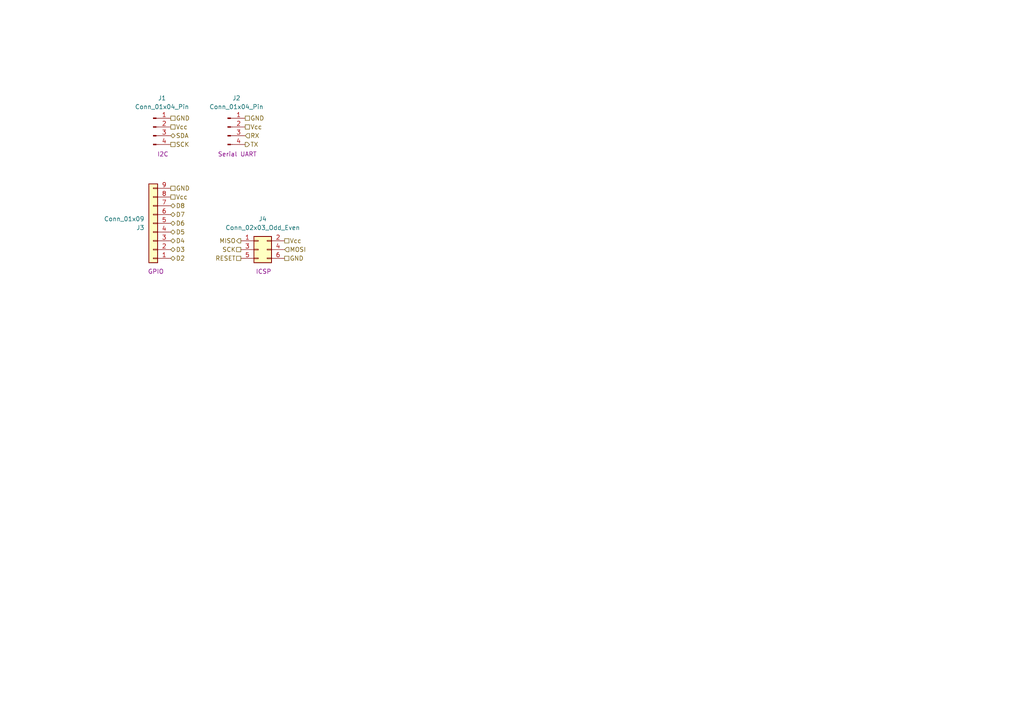
<source format=kicad_sch>
(kicad_sch (version 20231120) (generator "eeschema") (generator_version "8.0")
  (paper "A4")
  (lib_symbols
    (symbol "Connector:Conn_01x04_Pin" (pin_names (offset 1.016) hide)
      (property "Reference" "J" (at 0 5.08 0))
      (property "Value" "Conn_01x04_Pin" (at 0 -7.62 0))
      (symbol "Conn_01x04_Pin_1_1"
        (polyline (pts (xy 1.27 -5.08) (xy 0.8636 -5.08)) (stroke (width 0.1524)))
        (polyline (pts (xy 1.27 -2.54) (xy 0.8636 -2.54)) (stroke (width 0.1524)))
        (polyline (pts (xy 1.27 0) (xy 0.8636 0)) (stroke (width 0.1524)))
        (polyline (pts (xy 1.27 2.54) (xy 0.8636 2.54)) (stroke (width 0.1524)))
        (rectangle (start 0.8636 -4.953) (end 0 -5.207) (stroke (width 0.1524)) (fill (type outline)))
        (rectangle (start 0.8636 -2.413) (end 0 -2.667) (stroke (width 0.1524)) (fill (type outline)))
        (rectangle (start 0.8636 0.127) (end 0 -0.127) (stroke (width 0.1524)) (fill (type outline)))
        (rectangle (start 0.8636 2.667) (end 0 2.413) (stroke (width 0.1524)) (fill (type outline)))
        (pin passive line (at 5.08 2.54 180) (length 3.81) (name "Pin_1") (number "1"))
        (pin passive line (at 5.08 0 180) (length 3.81) (name "Pin_2") (number "2"))
        (pin passive line (at 5.08 -2.54 180) (length 3.81) (name "Pin_3") (number "3"))
        (pin passive line (at 5.08 -5.08 180) (length 3.81) (name "Pin_4") (number "4"))
      )
    )
    (symbol "Connector_Generic:Conn_01x09" (pin_names (offset 1.016) hide)
      (property "Reference" "J" (at 0 12.7 0))
      (property "Value" "Conn_01x09" (at 0 -12.7 0))
      (symbol "Conn_01x09_1_1"
        (rectangle (start -1.27 -10.033) (end 0 -10.287) (stroke (width 0.1524)))
        (rectangle (start -1.27 -7.493) (end 0 -7.747) (stroke (width 0.1524)))
        (rectangle (start -1.27 -4.953) (end 0 -5.207) (stroke (width 0.1524)))
        (rectangle (start -1.27 -2.413) (end 0 -2.667) (stroke (width 0.1524)))
        (rectangle (start -1.27 0.127) (end 0 -0.127) (stroke (width 0.1524)))
        (rectangle (start -1.27 2.667) (end 0 2.413) (stroke (width 0.1524)))
        (rectangle (start -1.27 5.207) (end 0 4.953) (stroke (width 0.1524)))
        (rectangle (start -1.27 7.747) (end 0 7.493) (stroke (width 0.1524)))
        (rectangle (start -1.27 10.287) (end 0 10.033) (stroke (width 0.1524)))
        (rectangle (start -1.27 11.43) (end 1.27 -11.43) (stroke (width 0.254)) (fill (type background)))
        (pin passive line (at -5.08 10.16 0) (length 3.81) (name "Pin_1") (number "1"))
        (pin passive line (at -5.08 7.62 0) (length 3.81) (name "Pin_2") (number "2"))
        (pin passive line (at -5.08 5.08 0) (length 3.81) (name "Pin_3") (number "3"))
        (pin passive line (at -5.08 2.54 0) (length 3.81) (name "Pin_4") (number "4"))
        (pin passive line (at -5.08 0 0) (length 3.81) (name "Pin_5") (number "5"))
        (pin passive line (at -5.08 -2.54 0) (length 3.81) (name "Pin_6") (number "6"))
        (pin passive line (at -5.08 -5.08 0) (length 3.81) (name "Pin_7") (number "7"))
        (pin passive line (at -5.08 -7.62 0) (length 3.81) (name "Pin_8") (number "8"))
        (pin passive line (at -5.08 -10.16 0) (length 3.81) (name "Pin_9") (number "9"))
      )
    )
    (symbol "Connector_Generic:Conn_02x03_Odd_Even" (pin_names (offset 1.016) hide)
      (property "Reference" "J" (at 1.27 5.08 0))
      (property "Value" "Conn_02x03_Odd_Even" (at 1.27 -5.08 0))
      (symbol "Conn_02x03_Odd_Even_1_1"
        (rectangle (start -1.27 -2.413) (end 0 -2.667) (stroke (width 0.1524)))
        (rectangle (start -1.27 0.127) (end 0 -0.127) (stroke (width 0.1524)))
        (rectangle (start -1.27 2.667) (end 0 2.413) (stroke (width 0.1524)))
        (rectangle (start -1.27 3.81) (end 3.81 -3.81) (stroke (width 0.254)) (fill (type background)))
        (rectangle (start 3.81 -2.413) (end 2.54 -2.667) (stroke (width 0.1524)))
        (rectangle (start 3.81 0.127) (end 2.54 -0.127) (stroke (width 0.1524)))
        (rectangle (start 3.81 2.667) (end 2.54 2.413) (stroke (width 0.1524)))
        (pin passive line (at -5.08 2.54 0) (length 3.81) (name "Pin_1") (number "1"))
        (pin passive line (at 7.62 2.54 180) (length 3.81) (name "Pin_2") (number "2"))
        (pin passive line (at -5.08 0 0) (length 3.81) (name "Pin_3") (number "3"))
        (pin passive line (at 7.62 0 180) (length 3.81) (name "Pin_4") (number "4"))
        (pin passive line (at -5.08 -2.54 0) (length 3.81) (name "Pin_5") (number "5"))
        (pin passive line (at 7.62 -2.54 180) (length 3.81) (name "Pin_6") (number "6"))
      )
    )
  )
  (hierarchical_label "MOSI" (shape input) (at 82.55 72.39 0))
  (hierarchical_label "D8" (shape bidirectional) (at 49.53 59.69 0))
  (hierarchical_label "SCK" (shape passive) (at 49.53 41.91 0))
  (hierarchical_label "GND" (shape passive) (at 82.55 74.93 0))
  (hierarchical_label "D2" (shape bidirectional) (at 49.53 74.93 0))
  (hierarchical_label "SDA" (shape bidirectional) (at 49.53 39.37 0))
  (hierarchical_label "TX" (shape output) (at 71.12 41.91 0))
  (hierarchical_label "GND" (shape passive) (at 49.53 54.61 0))
  (hierarchical_label "RX" (shape input) (at 71.12 39.37 0))
  (hierarchical_label "D7" (shape bidirectional) (at 49.53 62.23 0))
  (hierarchical_label "Vcc" (shape passive) (at 49.53 36.83 0))
  (hierarchical_label "Vcc" (shape passive) (at 49.53 57.15 0))
  (hierarchical_label "D4" (shape bidirectional) (at 49.53 69.85 0))
  (hierarchical_label "D5" (shape bidirectional) (at 49.53 67.31 0))
  (hierarchical_label "MISO" (shape output) (at 69.85 69.85 180))
  (hierarchical_label "Vcc" (shape passive) (at 71.12 36.83 0))
  (hierarchical_label "GND" (shape passive) (at 49.53 34.29 0))
  (hierarchical_label "SCK" (shape passive) (at 69.85 72.39 180))
  (hierarchical_label "Vcc" (shape passive) (at 82.55 69.85 0))
  (hierarchical_label "RESET" (shape passive) (at 69.85 74.93 180))
  (hierarchical_label "D6" (shape bidirectional) (at 49.53 64.77 0))
  (hierarchical_label "GND" (shape passive) (at 71.12 34.29 0))
  (hierarchical_label "D3" (shape bidirectional) (at 49.53 72.39 0))
  (symbol (lib_id "Connector_Generic:Conn_02x03_Odd_Even") (at 74.93 72.39 0) (unit 1)
    (property "Reference" "J4" (at 76.2 63.5 0))
    (property "Value" "Conn_02x03_Odd_Even" (at 76.2 66.04 0))
    (property "Footprint" "Connector_PinHeader_2.54mm:PinHeader_2x03_P2.54mm_Vertical" (effects (hide yes)))
    (property "Description" "Generic connector, double row, 02x03, odd/even pin numbering scheme (row 1 odd numbers, row 2 even numbers), script generated (kicad-library-utils/schlib/autogen/connector/)" (effects (hide yes)))
    (property "Purpose" "ICSP" (at 76.454 78.74 0))
  )
  (symbol (lib_id "Connector:Conn_01x04_Pin") (at 44.45 36.83 0) (unit 1)
    (property "Reference" "J1" (at 46.99 28.448 0))
    (property "Value" "Conn_01x04_Pin" (at 46.99 30.988 0))
    (property "Footprint" "Connector_PinHeader_2.54mm:PinHeader_1x04_P2.54mm_Vertical" (effects (hide yes)))
    (property "Description" "Generic connector, single row, 01x04, script generated" (effects (hide yes)))
    (property "Purpose" "I2C" (at 47.244 44.704 0))
  )
  (symbol (lib_id "Connector:Conn_01x04_Pin") (at 66.04 36.83 0) (unit 1)
    (property "Reference" "J2" (at 68.58 28.448 0))
    (property "Value" "Conn_01x04_Pin" (at 68.58 30.988 0))
    (property "Footprint" "Connector_PinHeader_2.54mm:PinHeader_1x04_P2.54mm_Vertical" (effects (hide yes)))
    (property "Description" "Generic connector, single row, 01x04, script generated" (effects (hide yes)))
    (property "Purpose" "Serial UART" (at 68.834 44.704 0))
  )
  (symbol (lib_id "Connector_Generic:Conn_01x09") (at 44.45 64.77 180) (unit 1)
    (property "Reference" "J3" (at 41.91 66.0401 0) (effects (justify left)))
    (property "Value" "Conn_01x09" (at 41.91 63.5001 0) (effects (justify left)))
    (property "Footprint" "Connector_PinHeader_2.54mm:PinHeader_1x09_P2.54mm_Vertical" (effects (hide yes)))
    (property "Description" "Generic connector, single row, 01x09, script generated (kicad-library-utils/schlib/autogen/connector/)" (effects (hide yes)))
    (property "Purpose" "GPIO" (at 45.212 78.74 0))
  )
)
</source>
